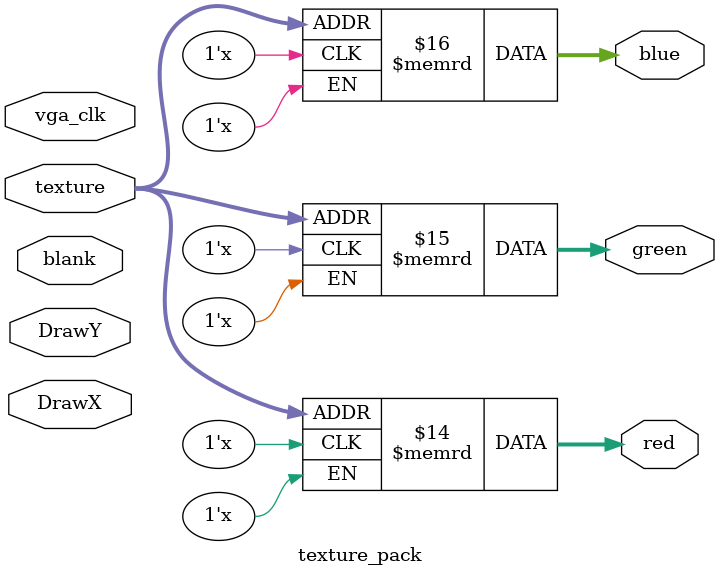
<source format=sv>
module texture_pack (
	input logic vga_clk,
	input logic [9:0] DrawX, DrawY,
	input logic blank,
	input logic [1:0] texture,
	output logic [3:0] red, green, blue
);

	logic [3:0] ri [4];
	logic [3:0] gi [4]; 
	logic [3:0] bi [4];
	
	texture_2_example txr_0 (vga_clk, DrawX, DrawY, blank, ri[0], gi[0], bi[0]);

	texture_3_example txr_1 (vga_clk, DrawX, DrawY, blank, ri[1], gi[1], bi[1]);

	texture_4_example txr_2 (vga_clk, DrawX, DrawY, blank, ri[2], gi[2], bi[2]);

	texture_5_example txr_3 (vga_clk, DrawX, DrawY, blank, ri[3], gi[3], bi[3]);

	always_comb begin
		red = ri[texture];
		green = gi[texture];
		blue = bi[texture];
	end

endmodule


</source>
